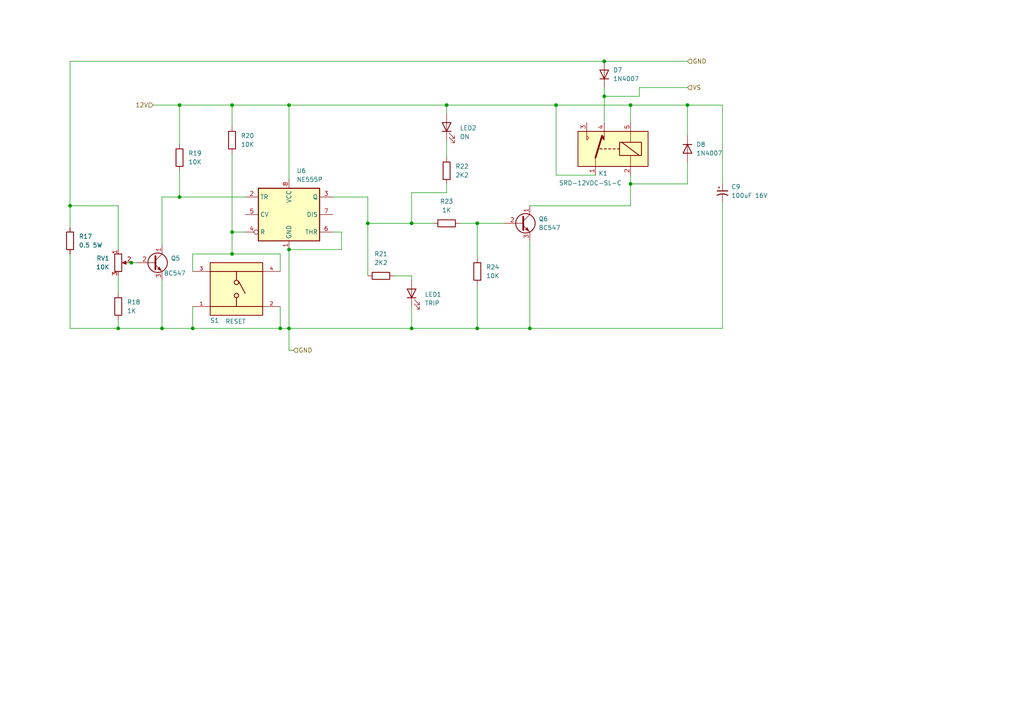
<source format=kicad_sch>
(kicad_sch (version 20231120) (generator "eeschema") (generator_version "8.0")
  (paper "A4")
  (lib_symbols
    (symbol "Device:C_Polarized_Small_US" (pin_numbers hide) (pin_names (offset 0.254) hide)
      (property "Reference" "C" (at 0.254 1.778 0))
      (property "Value" "C_Polarized_Small_US" (at 0.254 -2.032 0))
      (symbol "C_Polarized_Small_US_0_1"
        (polyline (pts (xy -1.524 0.508) (xy 1.524 0.508)) (stroke (width 0.3048)))
        (polyline (pts (xy -1.27 1.524) (xy -0.762 1.524)))
        (polyline (pts (xy -1.016 1.27) (xy -1.016 1.778)))
        (arc (start 1.524 -0.762) (mid 0 -0.3734) (end -1.524 -0.762) (stroke (width 0.3048)))
      )
      (symbol "C_Polarized_Small_US_1_1"
        (pin passive line (at 0 2.54 270) (length 2.032) (name "~") (number "1"))
        (pin passive line (at 0 -2.54 90) (length 2.032) (name "~") (number "2"))
      )
    )
    (symbol "Device:LED" (pin_numbers hide) (pin_names (offset 1.016) hide)
      (property "Reference" "D" (at 0 2.54 0))
      (property "Value" "LED" (at 0 -2.54 0))
      (symbol "LED_0_1"
        (polyline (pts (xy -1.27 -1.27) (xy -1.27 1.27)) (stroke (width 0.254)))
        (polyline (pts (xy -1.27 0) (xy 1.27 0)))
        (polyline (pts (xy 1.27 -1.27) (xy 1.27 1.27) (xy -1.27 0) (xy 1.27 -1.27)) (stroke (width 0.254)))
        (polyline (pts (xy -3.048 -0.762) (xy -4.572 -2.286) (xy -3.81 -2.286) (xy -4.572 -2.286) (xy -4.572 -1.524)))
        (polyline (pts (xy -1.778 -0.762) (xy -3.302 -2.286) (xy -2.54 -2.286) (xy -3.302 -2.286) (xy -3.302 -1.524)))
      )
      (symbol "LED_1_1"
        (pin passive line (at -3.81 0 0) (length 2.54) (name "K") (number "1"))
        (pin passive line (at 3.81 0 180) (length 2.54) (name "A") (number "2"))
      )
    )
    (symbol "Device:R" (pin_numbers hide) (pin_names (offset 0))
      (property "Reference" "R" (at 2.032 0 90))
      (property "Value" "R" (at 0 0 90))
      (symbol "R_0_1"
        (rectangle (start -1.016 -2.54) (end 1.016 2.54) (stroke (width 0.254)))
      )
      (symbol "R_1_1"
        (pin passive line (at 0 3.81 270) (length 1.27) (name "~") (number "1"))
        (pin passive line (at 0 -3.81 90) (length 1.27) (name "~") (number "2"))
      )
    )
    (symbol "Device:R_Potentiometer" (pin_names (offset 1.016) hide)
      (property "Reference" "RV" (at -4.445 0 90))
      (property "Value" "R_Potentiometer" (at -2.54 0 90))
      (symbol "R_Potentiometer_0_1"
        (polyline (pts (xy 2.54 0) (xy 1.524 0)))
        (polyline (pts (xy 1.143 0) (xy 2.286 0.508) (xy 2.286 -0.508) (xy 1.143 0)) (fill (type outline)))
        (rectangle (start 1.016 2.54) (end -1.016 -2.54) (stroke (width 0.254)))
      )
      (symbol "R_Potentiometer_1_1"
        (pin passive line (at 0 3.81 270) (length 1.27) (name "1") (number "1"))
        (pin passive line (at 3.81 0 180) (length 1.27) (name "2") (number "2"))
        (pin passive line (at 0 -3.81 90) (length 1.27) (name "3") (number "3"))
      )
    )
    (symbol "Diode:1N4007" (pin_numbers hide) (pin_names hide)
      (property "Reference" "D" (at 0 2.54 0))
      (property "Value" "1N4007" (at 0 -2.54 0))
      (symbol "1N4007_0_1"
        (polyline (pts (xy -1.27 1.27) (xy -1.27 -1.27)) (stroke (width 0.254)))
        (polyline (pts (xy 1.27 0) (xy -1.27 0)))
        (polyline (pts (xy 1.27 1.27) (xy 1.27 -1.27) (xy -1.27 0) (xy 1.27 1.27)) (stroke (width 0.254)))
      )
      (symbol "1N4007_1_1"
        (pin passive line (at -3.81 0 0) (length 2.54) (name "K") (number "1"))
        (pin passive line (at 3.81 0 180) (length 2.54) (name "A") (number "2"))
      )
    )
    (symbol "Relay:SANYOU_SRD_Form_C"
      (property "Reference" "K" (at 11.43 3.81 0))
      (property "Value" "SANYOU_SRD_Form_C" (at 11.43 1.27 0))
      (symbol "SANYOU_SRD_Form_C_0_0"
        (polyline (pts (xy 7.62 5.08) (xy 7.62 2.54) (xy 6.985 3.175) (xy 7.62 3.81)))
      )
      (symbol "SANYOU_SRD_Form_C_0_1"
        (rectangle (start -10.16 5.08) (end 10.16 -5.08) (stroke (width 0.254)) (fill (type background)))
        (rectangle (start -8.255 1.905) (end -1.905 -1.905) (stroke (width 0.254)))
        (polyline (pts (xy -7.62 -1.905) (xy -2.54 1.905)) (stroke (width 0.254)))
        (polyline (pts (xy -5.08 -5.08) (xy -5.08 -1.905)))
        (polyline (pts (xy -5.08 5.08) (xy -5.08 1.905)))
        (polyline (pts (xy -1.905 0) (xy -1.27 0)) (stroke (width 0.254)))
        (polyline (pts (xy -0.635 0) (xy 0 0)) (stroke (width 0.254)))
        (polyline (pts (xy 0.635 0) (xy 1.27 0)) (stroke (width 0.254)))
        (polyline (pts (xy 1.905 0) (xy 2.54 0)) (stroke (width 0.254)))
        (polyline (pts (xy 3.175 0) (xy 3.81 0)) (stroke (width 0.254)))
        (polyline (pts (xy 5.08 -2.54) (xy 3.175 3.81)) (stroke (width 0.508)))
        (polyline (pts (xy 5.08 -2.54) (xy 5.08 -5.08)))
      )
      (symbol "SANYOU_SRD_Form_C_1_1"
        (polyline (pts (xy 2.54 3.81) (xy 3.175 3.175) (xy 2.54 2.54) (xy 2.54 5.08)) (fill (type outline)))
        (pin passive line (at 5.08 -7.62 90) (length 2.54) (name "~") (number "1"))
        (pin passive line (at -5.08 -7.62 90) (length 2.54) (name "~") (number "2"))
        (pin passive line (at 7.62 7.62 270) (length 2.54) (name "~") (number "3"))
        (pin passive line (at 2.54 7.62 270) (length 2.54) (name "~") (number "4"))
        (pin passive line (at -5.08 7.62 270) (length 2.54) (name "~") (number "5"))
      )
    )
    (symbol "TS02-66-95-BK-260-LCR-D:TS02-66-95-BK-260-LCR-D" (pin_names (offset 1.016))
      (property "Reference" "S" (at -7.62 8.382 0))
      (property "Value" "TS02-66-95-BK-260-LCR-D" (at -7.62 -8.382 0))
      (symbol "TS02-66-95-BK-260-LCR-D_0_0"
        (rectangle (start -7.62 -7.62) (end 7.62 7.62) (stroke (width 0.254)) (fill (type background)))
        (circle (center 0 -1.905) (radius 0.635) (stroke (width 0.254)))
        (polyline (pts (xy 0 -5.08) (xy -7.62 -5.08)) (stroke (width 0.254)))
        (polyline (pts (xy 0 -5.08) (xy 7.62 -5.08)) (stroke (width 0.254)))
        (polyline (pts (xy 0 -2.54) (xy 0 -5.08)) (stroke (width 0.254)))
        (polyline (pts (xy 0 5.08) (xy -7.62 5.08)) (stroke (width 0.254)))
        (polyline (pts (xy 0 5.08) (xy 0 2.54)) (stroke (width 0.254)))
        (polyline (pts (xy 0 5.08) (xy 7.62 5.08)) (stroke (width 0.254)))
        (polyline (pts (xy 0.635 -2.2225) (xy 2.54 1.27)) (stroke (width 0.254)))
        (circle (center 0 1.905) (radius 0.635) (stroke (width 0.254)))
        (pin passive line (at -12.7 5.08 0) (length 5.08) (name "~") (number "1"))
        (pin passive line (at 12.7 5.08 180) (length 5.08) (name "~") (number "2"))
        (pin passive line (at -12.7 -5.08 0) (length 5.08) (name "~") (number "3"))
        (pin passive line (at 12.7 -5.08 180) (length 5.08) (name "~") (number "4"))
      )
    )
    (symbol "Timer:NE555P"
      (property "Reference" "U" (at -10.16 8.89 0))
      (property "Value" "NE555P" (at 2.54 8.89 0))
      (symbol "NE555P_0_0"
        (pin power_in line (at 0 -10.16 90) (length 2.54) (name "GND") (number "1"))
        (pin power_in line (at 0 10.16 270) (length 2.54) (name "VCC") (number "8"))
      )
      (symbol "NE555P_0_1"
        (rectangle (start -8.89 -7.62) (end 8.89 7.62) (stroke (width 0.254)) (fill (type background)))
        (rectangle (start -8.89 -7.62) (end 8.89 7.62) (stroke (width 0.254)) (fill (type background)))
      )
      (symbol "NE555P_1_1"
        (pin input line (at -12.7 5.08 0) (length 3.81) (name "TR") (number "2"))
        (pin output line (at 12.7 5.08 180) (length 3.81) (name "Q") (number "3"))
        (pin input inverted (at -12.7 -5.08 0) (length 3.81) (name "R") (number "4"))
        (pin input line (at -12.7 0 0) (length 3.81) (name "CV") (number "5"))
        (pin input line (at 12.7 -5.08 180) (length 3.81) (name "THR") (number "6"))
        (pin input line (at 12.7 0 180) (length 3.81) (name "DIS") (number "7"))
      )
    )
    (symbol "Transistor_BJT:BC547" (pin_names (offset 0) hide)
      (property "Reference" "Q" (at 5.08 1.905 0))
      (property "Value" "BC547" (at 5.08 0 0))
      (symbol "BC547_0_1"
        (polyline (pts (xy 0 0) (xy 0.635 0)))
        (polyline (pts (xy 0.635 0.635) (xy 2.54 2.54)))
        (polyline (pts (xy 0.635 -0.635) (xy 2.54 -2.54) (xy 2.54 -2.54)))
        (polyline (pts (xy 0.635 1.905) (xy 0.635 -1.905) (xy 0.635 -1.905)) (stroke (width 0.508)))
        (polyline (pts (xy 1.27 -1.778) (xy 1.778 -1.27) (xy 2.286 -2.286) (xy 1.27 -1.778) (xy 1.27 -1.778)) (fill (type outline)))
        (circle (center 1.27 0) (radius 2.8194) (stroke (width 0.254)))
      )
      (symbol "BC547_1_1"
        (pin passive line (at 2.54 5.08 270) (length 2.54) (name "C") (number "1"))
        (pin input line (at -5.08 0 0) (length 5.08) (name "B") (number "2"))
        (pin passive line (at 2.54 -5.08 90) (length 2.54) (name "E") (number "3"))
      )
    )
  )
  (junction (at 55.88 95.25))
  (junction (at 83.82 30.48))
  (junction (at 34.29 95.25))
  (junction (at 129.54 30.48))
  (junction (at 182.88 30.48))
  (junction (at 138.43 95.25))
  (junction (at 119.38 95.25))
  (junction (at 81.28 95.25))
  (junction (at 175.26 27.94))
  (junction (at 138.43 64.77))
  (junction (at 182.88 53.34))
  (junction (at 106.68 64.77))
  (junction (at 175.26 17.78))
  (junction (at 67.31 73.66))
  (junction (at 38.1 76.2))
  (junction (at 199.39 30.48))
  (junction (at 119.38 64.77))
  (junction (at 46.99 95.25))
  (junction (at 153.67 95.25))
  (junction (at 52.07 57.15))
  (junction (at 83.82 72.39))
  (junction (at 67.31 67.31))
  (junction (at 67.31 30.48))
  (junction (at 83.82 95.25))
  (junction (at 161.29 30.48))
  (junction (at 20.32 59.69))
  (junction (at 52.07 30.48))
  (wire (pts (xy 185.42 25.4) (xy 185.42 27.94)))
  (wire (pts (xy 199.39 46.99) (xy 199.39 53.34)))
  (wire (pts (xy 119.38 88.9) (xy 119.38 95.25)))
  (wire (pts (xy 182.88 59.69) (xy 182.88 53.34)))
  (wire (pts (xy 38.1 76.2) (xy 39.37 76.2)))
  (wire (pts (xy 20.32 95.25) (xy 34.29 95.25)))
  (wire (pts (xy 182.88 30.48) (xy 199.39 30.48)))
  (wire (pts (xy 129.54 53.34) (xy 129.54 55.88)))
  (wire (pts (xy 133.35 64.77) (xy 138.43 64.77)))
  (wire (pts (xy 85.09 101.6) (xy 83.82 101.6)))
  (wire (pts (xy 106.68 64.77) (xy 106.68 80.01)))
  (wire (pts (xy 83.82 30.48) (xy 129.54 30.48)))
  (wire (pts (xy 106.68 64.77) (xy 119.38 64.77)))
  (wire (pts (xy 20.32 73.66) (xy 20.32 95.25)))
  (wire (pts (xy 175.26 35.56) (xy 175.26 27.94)))
  (wire (pts (xy 46.99 81.28) (xy 46.99 95.25)))
  (wire (pts (xy 83.82 95.25) (xy 119.38 95.25)))
  (wire (pts (xy 46.99 57.15) (xy 52.07 57.15)))
  (wire (pts (xy 20.32 59.69) (xy 34.29 59.69)))
  (wire (pts (xy 153.67 69.85) (xy 153.67 95.25)))
  (wire (pts (xy 67.31 30.48) (xy 83.82 30.48)))
  (wire (pts (xy 34.29 92.71) (xy 34.29 95.25)))
  (wire (pts (xy 129.54 33.02) (xy 129.54 30.48)))
  (wire (pts (xy 67.31 67.31) (xy 67.31 73.66)))
  (wire (pts (xy 81.28 88.9) (xy 81.28 95.25)))
  (wire (pts (xy 153.67 59.69) (xy 182.88 59.69)))
  (wire (pts (xy 209.55 58.42) (xy 209.55 95.25)))
  (wire (pts (xy 119.38 95.25) (xy 138.43 95.25)))
  (wire (pts (xy 55.88 88.9) (xy 55.88 95.25)))
  (wire (pts (xy 161.29 30.48) (xy 182.88 30.48)))
  (wire (pts (xy 52.07 30.48) (xy 67.31 30.48)))
  (wire (pts (xy 161.29 50.8) (xy 161.29 30.48)))
  (wire (pts (xy 55.88 78.74) (xy 55.88 73.66)))
  (wire (pts (xy 34.29 95.25) (xy 46.99 95.25)))
  (wire (pts (xy 20.32 66.04) (xy 20.32 59.69)))
  (wire (pts (xy 52.07 41.91) (xy 52.07 30.48)))
  (wire (pts (xy 129.54 40.64) (xy 129.54 45.72)))
  (wire (pts (xy 199.39 30.48) (xy 209.55 30.48)))
  (wire (pts (xy 71.12 67.31) (xy 67.31 67.31)))
  (wire (pts (xy 44.45 30.48) (xy 52.07 30.48)))
  (wire (pts (xy 34.29 59.69) (xy 34.29 72.39)))
  (wire (pts (xy 96.52 67.31) (xy 99.06 67.31)))
  (wire (pts (xy 67.31 67.31) (xy 67.31 44.45)))
  (wire (pts (xy 138.43 95.25) (xy 153.67 95.25)))
  (wire (pts (xy 185.42 27.94) (xy 175.26 27.94)))
  (wire (pts (xy 81.28 95.25) (xy 83.82 95.25)))
  (wire (pts (xy 119.38 55.88) (xy 119.38 64.77)))
  (wire (pts (xy 182.88 50.8) (xy 182.88 53.34)))
  (wire (pts (xy 52.07 57.15) (xy 52.07 49.53)))
  (wire (pts (xy 46.99 95.25) (xy 55.88 95.25)))
  (wire (pts (xy 199.39 25.4) (xy 185.42 25.4)))
  (wire (pts (xy 182.88 30.48) (xy 182.88 35.56)))
  (wire (pts (xy 99.06 67.31) (xy 99.06 72.39)))
  (wire (pts (xy 138.43 64.77) (xy 146.05 64.77)))
  (wire (pts (xy 20.32 17.78) (xy 20.32 59.69)))
  (wire (pts (xy 175.26 25.4) (xy 175.26 27.94)))
  (wire (pts (xy 71.12 57.15) (xy 52.07 57.15)))
  (wire (pts (xy 36.83 76.2) (xy 38.1 76.2)))
  (wire (pts (xy 55.88 95.25) (xy 81.28 95.25)))
  (wire (pts (xy 34.29 80.01) (xy 34.29 85.09)))
  (wire (pts (xy 67.31 36.83) (xy 67.31 30.48)))
  (wire (pts (xy 175.26 17.78) (xy 199.39 17.78)))
  (wire (pts (xy 83.82 95.25) (xy 83.82 101.6)))
  (wire (pts (xy 129.54 55.88) (xy 119.38 55.88)))
  (wire (pts (xy 153.67 95.25) (xy 209.55 95.25)))
  (wire (pts (xy 199.39 39.37) (xy 199.39 30.48)))
  (wire (pts (xy 20.32 17.78) (xy 175.26 17.78)))
  (wire (pts (xy 182.88 53.34) (xy 199.39 53.34)))
  (wire (pts (xy 209.55 30.48) (xy 209.55 53.34)))
  (wire (pts (xy 83.82 52.07) (xy 83.82 30.48)))
  (wire (pts (xy 138.43 82.55) (xy 138.43 95.25)))
  (wire (pts (xy 83.82 72.39) (xy 83.82 95.25)))
  (wire (pts (xy 119.38 81.28) (xy 119.38 80.01)))
  (wire (pts (xy 119.38 80.01) (xy 114.3 80.01)))
  (wire (pts (xy 99.06 72.39) (xy 83.82 72.39)))
  (wire (pts (xy 129.54 30.48) (xy 161.29 30.48)))
  (wire (pts (xy 119.38 64.77) (xy 125.73 64.77)))
  (wire (pts (xy 106.68 57.15) (xy 106.68 64.77)))
  (wire (pts (xy 172.72 50.8) (xy 161.29 50.8)))
  (wire (pts (xy 46.99 57.15) (xy 46.99 71.12)))
  (wire (pts (xy 67.31 73.66) (xy 81.28 73.66)))
  (wire (pts (xy 55.88 73.66) (xy 67.31 73.66)))
  (wire (pts (xy 96.52 57.15) (xy 106.68 57.15)))
  (wire (pts (xy 81.28 73.66) (xy 81.28 78.74)))
  (wire (pts (xy 138.43 64.77) (xy 138.43 74.93)))
  (hierarchical_label "GND" (shape input) (at 85.09 101.6 0))
  (hierarchical_label "GND" (shape input) (at 199.39 17.78 0))
  (hierarchical_label "12V" (shape input) (at 44.45 30.48 180))
  (hierarchical_label "VS" (shape input) (at 199.39 25.4 0))
  (symbol (lib_id "Transistor_BJT:BC547") (at 151.13 64.77 0) (unit 1)
    (property "Reference" "Q6" (at 156.21 63.4999 0) (effects (justify left)))
    (property "Value" "BC547" (at 156.21 66.0399 0) (effects (justify left)))
    (property "Footprint" "Package_TO_SOT_THT:TO-92_Inline" (effects (hide yes)))
    (property "Datasheet" "https://www.onsemi.com/pub/Collateral/BC550-D.pdf" (effects (hide yes)))
    (property "Description" "0.1A Ic, 45V Vce, Small Signal NPN Transistor, TO-92" (effects (hide yes)))
  )
  (symbol (lib_id "Timer:NE555P") (at 83.82 62.23 0) (unit 1)
    (property "Reference" "U6" (at 86.0141 49.53 0) (effects (justify left)))
    (property "Value" "NE555P" (at 86.0141 52.07 0) (effects (justify left)))
    (property "Footprint" "Package_DIP:DIP-8_W7.62mm" (effects (hide yes)))
    (property "Datasheet" "http://www.ti.com/lit/ds/symlink/ne555.pdf" (effects (hide yes)))
    (property "Description" "Precision Timers, 555 compatible,  PDIP-8" (effects (hide yes)))
  )
  (symbol (lib_id "Device:R") (at 129.54 49.53 0) (unit 1)
    (property "Reference" "R22" (at 132.08 48.2599 0) (effects (justify left)))
    (property "Value" "2K2" (at 132.08 50.7999 0) (effects (justify left)))
    (property "Footprint" "Resistor_SMD:R_0201_0603Metric_Pad0.64x0.40mm_HandSolder" (effects (hide yes)))
    (property "Description" "Resistor" (effects (hide yes)))
  )
  (symbol (lib_id "Device:R") (at 34.29 88.9 0) (unit 1)
    (property "Reference" "R18" (at 36.83 87.6299 0) (effects (justify left)))
    (property "Value" "1K" (at 36.83 90.1699 0) (effects (justify left)))
    (property "Footprint" "Resistor_SMD:R_0201_0603Metric_Pad0.64x0.40mm_HandSolder" (effects (hide yes)))
    (property "Description" "Resistor" (effects (hide yes)))
  )
  (symbol (lib_id "Diode:1N4007") (at 175.26 21.59 90) (unit 1)
    (property "Reference" "D7" (at 177.8 20.3199 90) (effects (justify right)))
    (property "Value" "1N4007" (at 177.8 22.8599 90) (effects (justify right)))
    (property "Footprint" "Diode_THT:D_DO-41_SOD81_P10.16mm_Horizontal" (effects (hide yes)))
    (property "Datasheet" "http://www.vishay.com/docs/88503/1n4001.pdf" (effects (hide yes)))
    (property "Description" "1000V 1A General Purpose Rectifier Diode, DO-41" (effects (hide yes)))
    (property "Sim.Device" "D" (effects (hide yes)))
    (property "Sim.Pins" "1=K 2=A" (effects (hide yes)))
  )
  (symbol (lib_id "Relay:SANYOU_SRD_Form_C") (at 177.8 43.18 0) (mirror y) (unit 1)
    (property "Reference" "K1" (at 176.276 50.292 0) (effects (justify left)))
    (property "Value" "SRD-12VDC-SL-C" (at 180.34 53.086 0) (effects (justify left)))
    (property "Footprint" "Relay_THT:Relay_SPDT_SANYOU_SRD_Series_Form_C" (effects (hide yes)))
    (property "Datasheet" "http://www.sanyourelay.ca/public/products/pdf/SRD.pdf" (effects (hide yes)))
    (property "Description" "Sanyo SRD relay, Single Pole Miniature Power Relay," (effects (hide yes)))
  )
  (symbol (lib_id "Device:R") (at 20.32 69.85 0) (unit 1)
    (property "Reference" "R17" (at 22.86 68.5799 0) (effects (justify left)))
    (property "Value" "0.5 5W" (at 22.86 71.1199 0) (effects (justify left)))
    (property "Footprint" "Resistor_SMD:R_0201_0603Metric_Pad0.64x0.40mm_HandSolder" (effects (hide yes)))
    (property "Description" "Resistor" (effects (hide yes)))
  )
  (symbol (lib_id "Device:R") (at 52.07 45.72 0) (unit 1)
    (property "Reference" "R19" (at 54.61 44.4499 0) (effects (justify left)))
    (property "Value" "10K" (at 54.61 46.9899 0) (effects (justify left)))
    (property "Footprint" "Resistor_SMD:R_0201_0603Metric_Pad0.64x0.40mm_HandSolder" (effects (hide yes)))
    (property "Description" "Resistor" (effects (hide yes)))
  )
  (symbol (lib_id "Device:LED") (at 119.38 85.09 90) (unit 1)
    (property "Reference" "LED1" (at 123.19 85.4074 90) (effects (justify right)))
    (property "Value" "TRIP" (at 123.19 87.9474 90) (effects (justify right)))
    (property "Footprint" "LED_SMD:LED_0201_0603Metric_Pad0.64x0.40mm_HandSolder" (effects (hide yes)))
    (property "Description" "Light emitting diode" (effects (hide yes)))
  )
  (symbol (lib_id "Device:C_Polarized_Small_US") (at 209.55 55.88 0) (unit 1)
    (property "Reference" "C9" (at 212.09 54.1781 0) (effects (justify left)))
    (property "Value" "100uF 16V" (at 212.09 56.7181 0) (effects (justify left)))
    (property "Footprint" "Capacitor_SMD:CP_Elec_3x5.3" (effects (hide yes)))
    (property "Description" "Polarized capacitor, small US symbol" (effects (hide yes)))
  )
  (symbol (lib_id "TS02-66-95-BK-260-LCR-D:TS02-66-95-BK-260-LCR-D") (at 68.58 83.82 0) (mirror x) (unit 1)
    (property "Reference" "S1" (at 62.23 92.964 0))
    (property "Value" "RESET" (at 68.326 93.218 0))
    (property "Footprint" "TS02-66-95-BK-260-LCR-D:SW_TS02-66-95-BK-260-LCR-D" (effects (hide yes)))
    (property "MF" "CUI Devices" (effects (hide yes)))
    (property "Description_1" "6 x 6 mm, 9.5 mm Actuator Height, 260 gf, Black, Long Crimped, Through Hole, SPST, Tactile Switch" (effects (hide yes)))
    (property "Package" "None" (effects (hide yes)))
    (property "Price" "None" (effects (hide yes)))
    (property "Check_prices" "https://www.snapeda.com/parts/TS02-66-95-BK-260-LCR-D/CUI+Devices/view-part/?ref=eda" (effects (hide yes)))
    (property "STANDARD" "Manufacturer Recommendations" (effects (hide yes)))
    (property "PARTREV" "1.0" (effects (hide yes)))
    (property "SnapEDA_Link" "https://www.snapeda.com/parts/TS02-66-95-BK-260-LCR-D/CUI+Devices/view-part/?ref=snap" (effects (hide yes)))
    (property "MP" "TS02-66-95-BK-260-LCR-D" (effects (hide yes)))
    (property "CUI_purchase_URL" "https://www.cuidevices.com/product/switches/tactile-switches/ts02-66-95-bk-260-lcr-d?utm_source=snapeda.com&utm_medium=referral&utm_campaign=snapedaBOM" (effects (hide yes)))
    (property "Availability" "In Stock" (effects (hide yes)))
    (property "MANUFACTURER" "CUI Devices" (effects (hide yes)))
  )
  (symbol (lib_id "Device:R") (at 138.43 78.74 0) (unit 1)
    (property "Reference" "R24" (at 140.97 77.4699 0) (effects (justify left)))
    (property "Value" "10K" (at 140.97 80.0099 0) (effects (justify left)))
    (property "Footprint" "Resistor_SMD:R_0201_0603Metric_Pad0.64x0.40mm_HandSolder" (effects (hide yes)))
    (property "Description" "Resistor" (effects (hide yes)))
  )
  (symbol (lib_id "Device:R") (at 67.31 40.64 0) (unit 1)
    (property "Reference" "R20" (at 69.85 39.3699 0) (effects (justify left)))
    (property "Value" "10K" (at 69.85 41.9099 0) (effects (justify left)))
    (property "Footprint" "Resistor_SMD:R_0201_0603Metric_Pad0.64x0.40mm_HandSolder" (effects (hide yes)))
    (property "Description" "Resistor" (effects (hide yes)))
  )
  (symbol (lib_id "Diode:1N4007") (at 199.39 43.18 270) (unit 1)
    (property "Reference" "D8" (at 201.93 41.9099 90) (effects (justify left)))
    (property "Value" "1N4007" (at 201.93 44.4499 90) (effects (justify left)))
    (property "Footprint" "Diode_THT:D_DO-41_SOD81_P10.16mm_Horizontal" (effects (hide yes)))
    (property "Datasheet" "http://www.vishay.com/docs/88503/1n4001.pdf" (effects (hide yes)))
    (property "Description" "1000V 1A General Purpose Rectifier Diode, DO-41" (effects (hide yes)))
    (property "Sim.Device" "D" (effects (hide yes)))
    (property "Sim.Pins" "1=K 2=A" (effects (hide yes)))
  )
  (symbol (lib_id "Transistor_BJT:BC547") (at 44.45 76.2 0) (unit 1)
    (property "Reference" "Q5" (at 49.53 74.9299 0) (effects (justify left)))
    (property "Value" "BC547" (at 47.498 79.248 0) (effects (justify left)))
    (property "Footprint" "Package_TO_SOT_THT:TO-92_Inline" (effects (hide yes)))
    (property "Datasheet" "https://www.onsemi.com/pub/Collateral/BC550-D.pdf" (effects (hide yes)))
    (property "Description" "0.1A Ic, 45V Vce, Small Signal NPN Transistor, TO-92" (effects (hide yes)))
  )
  (symbol (lib_id "Device:R") (at 110.49 80.01 90) (unit 1)
    (property "Reference" "R21" (at 110.49 73.66 90))
    (property "Value" "2K2" (at 110.49 76.2 90))
    (property "Footprint" "Resistor_SMD:R_0201_0603Metric_Pad0.64x0.40mm_HandSolder" (effects (hide yes)))
    (property "Description" "Resistor" (effects (hide yes)))
  )
  (symbol (lib_id "Device:R") (at 129.54 64.77 90) (unit 1)
    (property "Reference" "R23" (at 129.54 58.42 90))
    (property "Value" "1K" (at 129.54 60.96 90))
    (property "Footprint" "Resistor_SMD:R_0201_0603Metric_Pad0.64x0.40mm_HandSolder" (effects (hide yes)))
    (property "Description" "Resistor" (effects (hide yes)))
  )
  (symbol (lib_id "Device:R_Potentiometer") (at 34.29 76.2 0) (unit 1)
    (property "Reference" "RV1" (at 31.75 74.9299 0) (effects (justify right)))
    (property "Value" "10K" (at 31.75 77.4699 0) (effects (justify right)))
    (property "Footprint" "Potentiometer_THT:Potentiometer_ACP_CA6-H2,5_Horizontal" (effects (hide yes)))
    (property "Description" "Potentiometer" (effects (hide yes)))
  )
  (symbol (lib_id "Device:LED") (at 129.54 36.83 90) (unit 1)
    (property "Reference" "LED2" (at 133.35 37.1474 90) (effects (justify right)))
    (property "Value" "ON" (at 133.35 39.6874 90) (effects (justify right)))
    (property "Footprint" "LED_SMD:LED_0201_0603Metric_Pad0.64x0.40mm_HandSolder" (effects (hide yes)))
    (property "Description" "Light emitting diode" (effects (hide yes)))
  )
)
</source>
